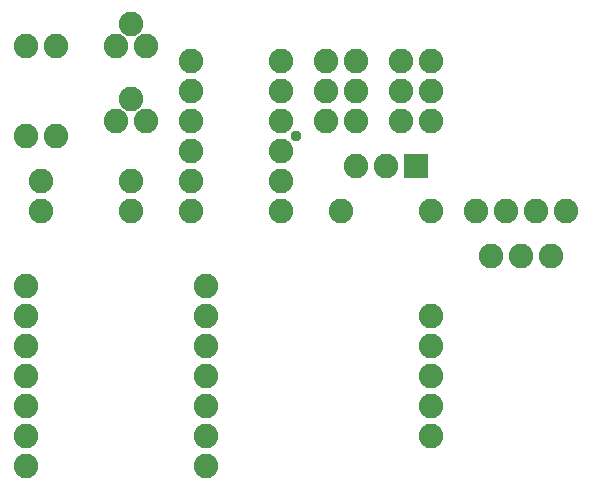
<source format=gbs>
G04 EAGLE Gerber RS-274X export*
G75*
%MOMM*%
%FSLAX34Y34*%
%LPD*%
%INBottom Soldermask*%
%IPPOS*%
%AMOC8*
5,1,8,0,0,1.08239X$1,22.5*%
G01*
%ADD10C,2.082800*%
%ADD11R,2.082800X2.082800*%
%ADD12C,0.959600*%


D10*
X469900Y228600D03*
X444500Y228600D03*
X419100Y228600D03*
X342900Y393700D03*
X368300Y393700D03*
X342900Y368300D03*
X368300Y368300D03*
X25400Y50800D03*
X25400Y76200D03*
X25400Y101600D03*
X25400Y127000D03*
X25400Y152400D03*
X25400Y177800D03*
X25400Y203200D03*
X177800Y50800D03*
X177800Y76200D03*
X177800Y101600D03*
X177800Y127000D03*
X177800Y152400D03*
X177800Y177800D03*
X177800Y203200D03*
X241300Y292100D03*
X165100Y292100D03*
X165100Y266700D03*
X241300Y266700D03*
X165100Y317500D03*
X241300Y317500D03*
X25400Y330200D03*
X25400Y406400D03*
X50800Y330200D03*
X50800Y406400D03*
X38100Y266700D03*
X38100Y292100D03*
X114300Y266700D03*
X114300Y292100D03*
X241300Y342900D03*
X165100Y342900D03*
X241300Y368300D03*
X165100Y368300D03*
X241300Y393700D03*
X165100Y393700D03*
X101600Y342900D03*
X114300Y361950D03*
X127000Y342900D03*
X101600Y406400D03*
X114300Y425450D03*
X127000Y406400D03*
D11*
X355600Y304800D03*
D10*
X330200Y304800D03*
X304800Y304800D03*
X368300Y76200D03*
X368300Y101600D03*
X368300Y127000D03*
X368300Y152400D03*
X368300Y177800D03*
X368300Y342900D03*
X342900Y342900D03*
X279400Y393700D03*
X279400Y368300D03*
X279400Y342900D03*
X482600Y266700D03*
X457200Y266700D03*
X431800Y266700D03*
X406400Y266700D03*
X304800Y342900D03*
X304800Y368300D03*
X304800Y393700D03*
X368300Y266700D03*
X292100Y266700D03*
D12*
X254000Y330200D03*
M02*

</source>
